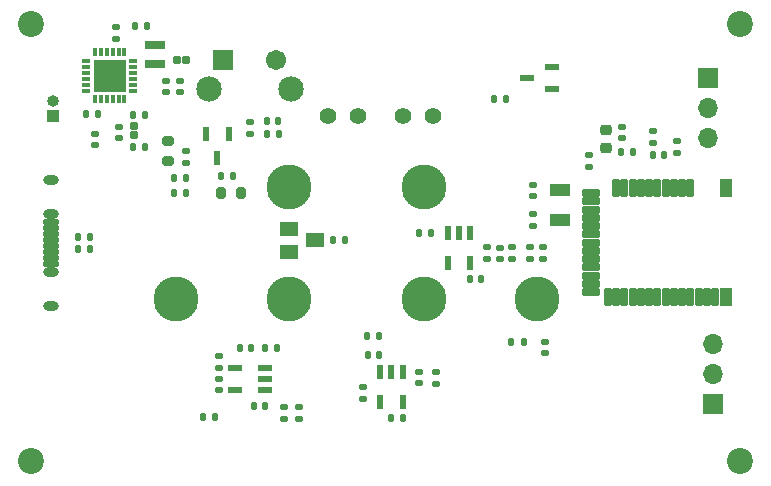
<source format=gts>
%TF.GenerationSoftware,KiCad,Pcbnew,8.0.2-1*%
%TF.CreationDate,2025-01-23T13:43:47+09:00*%
%TF.ProjectId,gas_nrf52832,6761735f-6e72-4663-9532-3833322e6b69,rev?*%
%TF.SameCoordinates,Original*%
%TF.FileFunction,Soldermask,Top*%
%TF.FilePolarity,Negative*%
%FSLAX46Y46*%
G04 Gerber Fmt 4.6, Leading zero omitted, Abs format (unit mm)*
G04 Created by KiCad (PCBNEW 8.0.2-1) date 2025-01-23 13:43:47*
%MOMM*%
%LPD*%
G01*
G04 APERTURE LIST*
G04 Aperture macros list*
%AMRoundRect*
0 Rectangle with rounded corners*
0 $1 Rounding radius*
0 $2 $3 $4 $5 $6 $7 $8 $9 X,Y pos of 4 corners*
0 Add a 4 corners polygon primitive as box body*
4,1,4,$2,$3,$4,$5,$6,$7,$8,$9,$2,$3,0*
0 Add four circle primitives for the rounded corners*
1,1,$1+$1,$2,$3*
1,1,$1+$1,$4,$5*
1,1,$1+$1,$6,$7*
1,1,$1+$1,$8,$9*
0 Add four rect primitives between the rounded corners*
20,1,$1+$1,$2,$3,$4,$5,0*
20,1,$1+$1,$4,$5,$6,$7,0*
20,1,$1+$1,$6,$7,$8,$9,0*
20,1,$1+$1,$8,$9,$2,$3,0*%
G04 Aperture macros list end*
%ADD10RoundRect,0.135000X-0.185000X0.135000X-0.185000X-0.135000X0.185000X-0.135000X0.185000X0.135000X0*%
%ADD11RoundRect,0.135000X0.185000X-0.135000X0.185000X0.135000X-0.185000X0.135000X-0.185000X-0.135000X0*%
%ADD12R,1.800000X0.800000*%
%ADD13RoundRect,0.140000X-0.170000X0.140000X-0.170000X-0.140000X0.170000X-0.140000X0.170000X0.140000X0*%
%ADD14RoundRect,0.135000X-0.135000X-0.185000X0.135000X-0.185000X0.135000X0.185000X-0.135000X0.185000X0*%
%ADD15C,1.400000*%
%ADD16RoundRect,0.140000X0.170000X-0.140000X0.170000X0.140000X-0.170000X0.140000X-0.170000X-0.140000X0*%
%ADD17RoundRect,0.102000X-0.700000X0.500000X-0.700000X-0.500000X0.700000X-0.500000X0.700000X0.500000X0*%
%ADD18RoundRect,0.200000X-0.275000X0.200000X-0.275000X-0.200000X0.275000X-0.200000X0.275000X0.200000X0*%
%ADD19R,1.000000X1.000000*%
%ADD20O,1.000000X1.000000*%
%ADD21R,1.700000X1.700000*%
%ADD22O,1.700000X1.700000*%
%ADD23R,1.800000X1.000000*%
%ADD24RoundRect,0.140000X-0.140000X-0.170000X0.140000X-0.170000X0.140000X0.170000X-0.140000X0.170000X0*%
%ADD25RoundRect,0.102000X-0.200000X-0.250000X0.200000X-0.250000X0.200000X0.250000X-0.200000X0.250000X0*%
%ADD26RoundRect,0.140000X0.140000X0.170000X-0.140000X0.170000X-0.140000X-0.170000X0.140000X-0.170000X0*%
%ADD27R,0.300000X0.800000*%
%ADD28R,0.800000X0.300000*%
%ADD29R,2.800000X2.800000*%
%ADD30C,2.200000*%
%ADD31RoundRect,0.200000X-0.200000X-0.275000X0.200000X-0.275000X0.200000X0.275000X-0.200000X0.275000X0*%
%ADD32RoundRect,0.218750X0.256250X-0.218750X0.256250X0.218750X-0.256250X0.218750X-0.256250X-0.218750X0*%
%ADD33RoundRect,0.135000X0.135000X0.185000X-0.135000X0.185000X-0.135000X-0.185000X0.135000X-0.185000X0*%
%ADD34R,0.600000X1.200000*%
%ADD35RoundRect,0.102000X0.250000X-0.200000X0.250000X0.200000X-0.250000X0.200000X-0.250000X-0.200000X0*%
%ADD36RoundRect,0.147500X-0.172500X0.147500X-0.172500X-0.147500X0.172500X-0.147500X0.172500X0.147500X0*%
%ADD37RoundRect,0.102000X-0.400000X0.700000X-0.400000X-0.700000X0.400000X-0.700000X0.400000X0.700000X0*%
%ADD38RoundRect,0.102000X-0.200000X0.700000X-0.200000X-0.700000X0.200000X-0.700000X0.200000X0.700000X0*%
%ADD39RoundRect,0.102000X-0.700000X-0.200000X0.700000X-0.200000X0.700000X0.200000X-0.700000X0.200000X0*%
%ADD40RoundRect,0.102000X0.700000X0.200000X-0.700000X0.200000X-0.700000X-0.200000X0.700000X-0.200000X0*%
%ADD41RoundRect,0.102000X0.200000X-0.700000X0.200000X0.700000X-0.200000X0.700000X-0.200000X-0.700000X0*%
%ADD42RoundRect,0.102000X0.400000X-0.700000X0.400000X0.700000X-0.400000X0.700000X-0.400000X-0.700000X0*%
%ADD43R,0.600000X1.250000*%
%ADD44RoundRect,0.102000X0.754000X0.754000X-0.754000X0.754000X-0.754000X-0.754000X0.754000X-0.754000X0*%
%ADD45C,1.712000*%
%ADD46C,2.154000*%
%ADD47R,1.200000X0.600000*%
%ADD48R,1.250000X0.600000*%
%ADD49O,1.304000X0.904000*%
%ADD50RoundRect,0.102000X-0.550000X0.125000X-0.550000X-0.125000X0.550000X-0.125000X0.550000X0.125000X0*%
%ADD51C,3.800000*%
G04 APERTURE END LIST*
D10*
X155660000Y-111560000D03*
X155660000Y-112580000D03*
X116120000Y-113255000D03*
X116120000Y-114275000D03*
D11*
X141540000Y-122395000D03*
X141540000Y-121375000D03*
D12*
X113505000Y-104245000D03*
X113505000Y-105845000D03*
D13*
X118880000Y-132505000D03*
X118880000Y-133465000D03*
D14*
X119060000Y-115370000D03*
X120080000Y-115370000D03*
D15*
X128100000Y-110250000D03*
X130640000Y-110250000D03*
D14*
X122750000Y-129910000D03*
X123770000Y-129910000D03*
D16*
X114420000Y-108260000D03*
X114420000Y-107300000D03*
D17*
X124780000Y-119840000D03*
X124780000Y-121740000D03*
X126980000Y-120790000D03*
D18*
X114580000Y-112390000D03*
X114580000Y-114040000D03*
D19*
X104860000Y-110260000D03*
D20*
X104860000Y-108990000D03*
D21*
X160710000Y-134610000D03*
D22*
X160710000Y-132070000D03*
X160710000Y-129530000D03*
D23*
X147750000Y-116552500D03*
X147750000Y-119052500D03*
D24*
X155630000Y-113595000D03*
X156590000Y-113595000D03*
D25*
X115330000Y-105500000D03*
X116130000Y-105500000D03*
D26*
X121620000Y-129910000D03*
X120660000Y-129910000D03*
D27*
X110880000Y-104845000D03*
X110380000Y-104845000D03*
X109880000Y-104845000D03*
X109380000Y-104845000D03*
X108880000Y-104845000D03*
X108380000Y-104845000D03*
D28*
X107630000Y-105595000D03*
X107630000Y-106095000D03*
X107630000Y-106595000D03*
X107630000Y-107095000D03*
X107630000Y-107595000D03*
X107630000Y-108095000D03*
D27*
X108380000Y-108845000D03*
X108880000Y-108845000D03*
X109380000Y-108845000D03*
X109880000Y-108845000D03*
X110380000Y-108845000D03*
X110880000Y-108845000D03*
D28*
X111630000Y-108095000D03*
X111630000Y-107595000D03*
X111630000Y-107095000D03*
X111630000Y-106595000D03*
X111630000Y-106095000D03*
X111630000Y-105595000D03*
D29*
X109630000Y-106845000D03*
D30*
X103000000Y-102500000D03*
X103000000Y-139500000D03*
X163000000Y-102500000D03*
X163000000Y-139500000D03*
D26*
X122785000Y-134835000D03*
X121825000Y-134835000D03*
X112605000Y-112920000D03*
X111645000Y-112920000D03*
D31*
X119065000Y-116770000D03*
X120715000Y-116770000D03*
D26*
X112605000Y-110145000D03*
X111645000Y-110145000D03*
D32*
X151630000Y-112990000D03*
X151630000Y-111415000D03*
D16*
X125620000Y-135890000D03*
X125620000Y-134930000D03*
D33*
X116120000Y-115470000D03*
X115100000Y-115470000D03*
D13*
X121500000Y-110780000D03*
X121500000Y-111740000D03*
D34*
X140140000Y-120160000D03*
X139190000Y-120160000D03*
X138240000Y-120160000D03*
X138240000Y-122660000D03*
X140140000Y-122660000D03*
D10*
X143730000Y-121380000D03*
X143730000Y-122400000D03*
D21*
X160330000Y-107030000D03*
D22*
X160330000Y-109570000D03*
X160330000Y-112110000D03*
D24*
X111790000Y-102620000D03*
X112750000Y-102620000D03*
D16*
X108420000Y-112700000D03*
X108420000Y-111740000D03*
D35*
X111655000Y-111895000D03*
X111655000Y-111095000D03*
D14*
X143650000Y-129370000D03*
X144670000Y-129370000D03*
D36*
X153000000Y-111177500D03*
X153000000Y-112147500D03*
D37*
X161800000Y-116380000D03*
D38*
X158800000Y-116380000D03*
X158100000Y-116380000D03*
X157400000Y-116380000D03*
X156700000Y-116380000D03*
X156000000Y-116380000D03*
X155300000Y-116380000D03*
X154600000Y-116380000D03*
X153900000Y-116380000D03*
X153200000Y-116380000D03*
X152500000Y-116380000D03*
D39*
X150400000Y-116780000D03*
D40*
X150400000Y-117480000D03*
D39*
X150400000Y-118180000D03*
X150400000Y-118880000D03*
X150400000Y-119580000D03*
X150400000Y-120280000D03*
X150400000Y-120980000D03*
X150400000Y-121680000D03*
X150400000Y-122380000D03*
X150400000Y-123080000D03*
X150400000Y-123780000D03*
X150400000Y-124480000D03*
X150400000Y-125180000D03*
D41*
X151800000Y-125580000D03*
X152500000Y-125580000D03*
X153200000Y-125580000D03*
X153900000Y-125580000D03*
X154600000Y-125580000D03*
X155300000Y-125580000D03*
X156000000Y-125580000D03*
X156700000Y-125580000D03*
X157400000Y-125580000D03*
X158100000Y-125580000D03*
X158800000Y-125580000D03*
X159500000Y-125580000D03*
X160200000Y-125580000D03*
X160900000Y-125580000D03*
D42*
X161800000Y-125580000D03*
D10*
X157635000Y-112385000D03*
X157635000Y-113405000D03*
D16*
X146470000Y-130350000D03*
X146470000Y-129390000D03*
D43*
X119700000Y-111740000D03*
X117800000Y-111740000D03*
X118750000Y-113840000D03*
D44*
X119250000Y-105500000D03*
D45*
X123750000Y-105500000D03*
D46*
X118000000Y-108000000D03*
X125000000Y-108000000D03*
D26*
X153900000Y-113260000D03*
X152940000Y-113260000D03*
D13*
X135850000Y-131935000D03*
X135850000Y-132895000D03*
D33*
X136870000Y-120160000D03*
X135850000Y-120160000D03*
D11*
X131080000Y-134225000D03*
X131080000Y-133205000D03*
D14*
X128520000Y-120790000D03*
X129540000Y-120790000D03*
X122930000Y-111750000D03*
X123950000Y-111750000D03*
D26*
X141095000Y-124060000D03*
X140135000Y-124060000D03*
D11*
X118880000Y-131570000D03*
X118880000Y-130550000D03*
D16*
X145500000Y-117052500D03*
X145500000Y-116092500D03*
D47*
X122780000Y-133460000D03*
X122780000Y-132510000D03*
X122780000Y-131560000D03*
X120280000Y-131560000D03*
X120280000Y-133460000D03*
D33*
X143160000Y-108840000D03*
X142140000Y-108840000D03*
D24*
X133480000Y-135840000D03*
X134440000Y-135840000D03*
D10*
X124360000Y-134900000D03*
X124360000Y-135920000D03*
D48*
X147070000Y-107990000D03*
X147070000Y-106080000D03*
X144970000Y-107035000D03*
D26*
X132460000Y-130490000D03*
X131500000Y-130490000D03*
D14*
X106950000Y-121485000D03*
X107970000Y-121485000D03*
D10*
X137280000Y-131930000D03*
X137280000Y-132950000D03*
D15*
X134500000Y-110250000D03*
X137040000Y-110250000D03*
D13*
X110405000Y-111165000D03*
X110405000Y-112125000D03*
D16*
X150250000Y-114550000D03*
X150250000Y-113590000D03*
D49*
X104650000Y-118550000D03*
D50*
X104650000Y-119250000D03*
X104650000Y-120750000D03*
X104650000Y-121250000D03*
X104650000Y-122750000D03*
D49*
X104650000Y-126350000D03*
X104650000Y-123450000D03*
D50*
X104650000Y-122250000D03*
X104650000Y-121750000D03*
X104650000Y-120250000D03*
X104650000Y-119750000D03*
D49*
X104650000Y-115650000D03*
D11*
X145235000Y-122395000D03*
X145235000Y-121375000D03*
D14*
X107630000Y-110110000D03*
X108650000Y-110110000D03*
X106950000Y-120460000D03*
X107970000Y-120460000D03*
D13*
X145500000Y-118572500D03*
X145500000Y-119532500D03*
D16*
X115620000Y-108260000D03*
X115620000Y-107300000D03*
D33*
X132470000Y-128880000D03*
X131450000Y-128880000D03*
X116120000Y-116770000D03*
X115100000Y-116770000D03*
D24*
X122940000Y-110680000D03*
X123900000Y-110680000D03*
D13*
X142665000Y-121390000D03*
X142665000Y-122350000D03*
D34*
X134430000Y-131940000D03*
X133480000Y-131940000D03*
X132530000Y-131940000D03*
X132530000Y-134440000D03*
X134430000Y-134440000D03*
D16*
X146305000Y-122345000D03*
X146305000Y-121385000D03*
D13*
X110130000Y-102745000D03*
X110130000Y-103705000D03*
D33*
X118570000Y-135710000D03*
X117550000Y-135710000D03*
D51*
X115227029Y-125772971D03*
X124772971Y-116227029D03*
X124772971Y-125772971D03*
X136227029Y-125772971D03*
X136227029Y-116227029D03*
X145772971Y-125772971D03*
M02*

</source>
